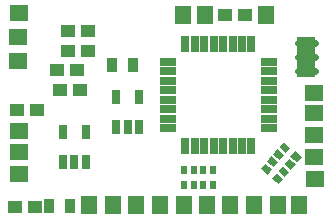
<source format=gts>
G75*
%MOIN*%
%OFA0B0*%
%FSLAX25Y25*%
%IPPOS*%
%LPD*%
%AMOC8*
5,1,8,0,0,1.08239X$1,22.5*
%
%ADD10R,0.04731X0.04337*%
%ADD11R,0.06400X0.05400*%
%ADD12R,0.05400X0.06400*%
%ADD13R,0.03550X0.05124*%
%ADD14R,0.02369X0.02959*%
%ADD15R,0.02565X0.05124*%
%ADD16R,0.05400X0.02600*%
%ADD17R,0.02600X0.05400*%
%ADD18C,0.02172*%
%ADD19R,0.06040X0.13760*%
D10*
X0005040Y0008242D03*
X0011732Y0008242D03*
X0012370Y0040535D03*
X0005677Y0040535D03*
X0019913Y0047467D03*
X0026606Y0047467D03*
X0025637Y0053851D03*
X0018945Y0053851D03*
X0022628Y0060343D03*
X0029321Y0060343D03*
X0029406Y0067084D03*
X0022713Y0067084D03*
X0074975Y0072340D03*
X0081668Y0072340D03*
D11*
X0104773Y0046325D03*
X0104773Y0039702D03*
X0104773Y0032467D03*
X0104737Y0025139D03*
X0105034Y0017648D03*
X0006475Y0019216D03*
X0006263Y0026550D03*
X0006302Y0033526D03*
X0006112Y0056957D03*
X0006180Y0064829D03*
X0006233Y0072841D03*
D12*
X0060951Y0072277D03*
X0068404Y0072277D03*
X0088774Y0072325D03*
X0092826Y0009137D03*
X0099826Y0009074D03*
X0084750Y0009033D03*
X0076801Y0009001D03*
X0068899Y0009056D03*
X0061201Y0008926D03*
X0053373Y0008926D03*
X0045402Y0008973D03*
X0037771Y0008927D03*
X0029783Y0009032D03*
D13*
X0023520Y0008741D03*
X0016433Y0008741D03*
X0037285Y0055537D03*
X0044371Y0055537D03*
D14*
X0061467Y0020545D03*
X0064617Y0020545D03*
X0067766Y0020545D03*
X0070916Y0020545D03*
X0070916Y0015624D03*
X0067766Y0015624D03*
X0064617Y0015624D03*
X0061467Y0015624D03*
G36*
X0086943Y0020972D02*
X0088466Y0022786D01*
X0090731Y0020886D01*
X0089208Y0019072D01*
X0086943Y0020972D01*
G37*
G36*
X0088968Y0023385D02*
X0090491Y0025199D01*
X0092756Y0023299D01*
X0091233Y0021485D01*
X0088968Y0023385D01*
G37*
G36*
X0090992Y0025797D02*
X0092515Y0027611D01*
X0094780Y0025711D01*
X0093257Y0023897D01*
X0090992Y0025797D01*
G37*
G36*
X0093017Y0028210D02*
X0094540Y0030024D01*
X0096805Y0028124D01*
X0095282Y0026310D01*
X0093017Y0028210D01*
G37*
G36*
X0094762Y0022634D02*
X0096285Y0024448D01*
X0098550Y0022548D01*
X0097027Y0020734D01*
X0094762Y0022634D01*
G37*
G36*
X0092737Y0020221D02*
X0094260Y0022035D01*
X0096525Y0020135D01*
X0095002Y0018321D01*
X0092737Y0020221D01*
G37*
G36*
X0090713Y0017808D02*
X0092236Y0019622D01*
X0094501Y0017722D01*
X0092978Y0015908D01*
X0090713Y0017808D01*
G37*
G36*
X0096787Y0025047D02*
X0098310Y0026861D01*
X0100575Y0024961D01*
X0099052Y0023147D01*
X0096787Y0025047D01*
G37*
D15*
X0046334Y0034819D03*
X0042593Y0034819D03*
X0038853Y0034819D03*
X0028605Y0033440D03*
X0021125Y0033440D03*
X0021125Y0023203D03*
X0024865Y0023203D03*
X0028605Y0023203D03*
X0038853Y0045056D03*
X0046334Y0045056D03*
D16*
X0055927Y0044106D03*
X0055927Y0047255D03*
X0055927Y0050405D03*
X0055927Y0053555D03*
X0055927Y0056704D03*
X0055927Y0040956D03*
X0055927Y0037806D03*
X0055927Y0034657D03*
X0089727Y0034657D03*
X0089727Y0037806D03*
X0089727Y0040956D03*
X0089727Y0044106D03*
X0089727Y0047255D03*
X0089727Y0050405D03*
X0089727Y0053555D03*
X0089727Y0056704D03*
D17*
X0083851Y0062580D03*
X0080701Y0062580D03*
X0077552Y0062580D03*
X0074402Y0062580D03*
X0071253Y0062580D03*
X0068103Y0062580D03*
X0064953Y0062580D03*
X0061804Y0062580D03*
X0061804Y0028780D03*
X0064953Y0028780D03*
X0068103Y0028780D03*
X0071253Y0028780D03*
X0074402Y0028780D03*
X0077552Y0028780D03*
X0080701Y0028780D03*
X0083851Y0028780D03*
D18*
X0099281Y0053539D02*
X0105009Y0053539D01*
X0105009Y0058264D02*
X0099281Y0058264D01*
X0099281Y0062988D02*
X0105009Y0062988D01*
D19*
X0102155Y0058254D03*
M02*

</source>
